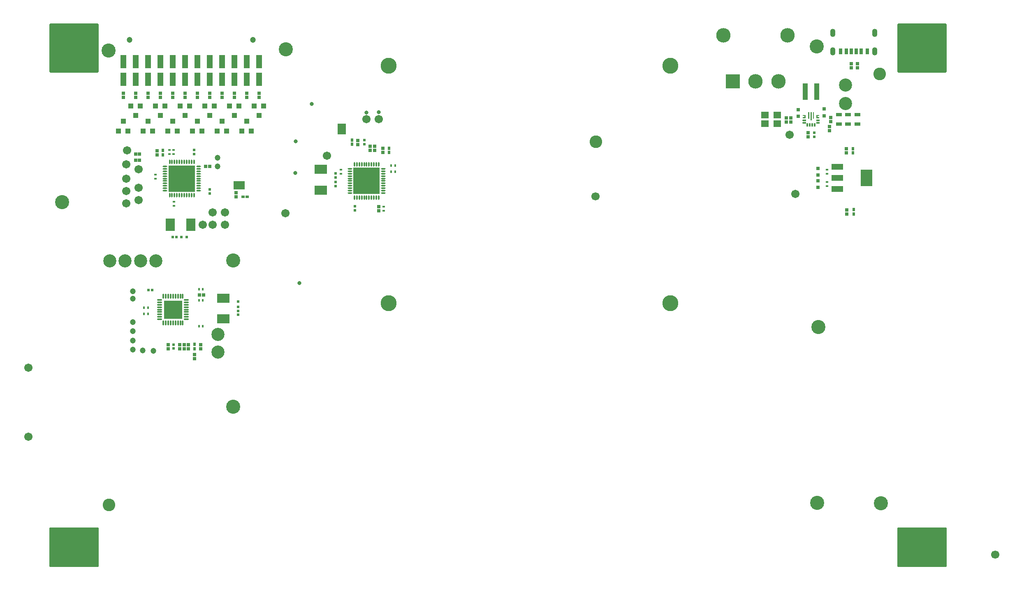
<source format=gts>
G04*
G04 #@! TF.GenerationSoftware,Altium Limited,Altium Designer,23.3.1 (30)*
G04*
G04 Layer_Color=8388736*
%FSLAX25Y25*%
%MOIN*%
G70*
G04*
G04 #@! TF.SameCoordinates,65CDCF12-2861-4885-BE21-4D3676ECD45B*
G04*
G04*
G04 #@! TF.FilePolarity,Negative*
G04*
G01*
G75*
%ADD23R,0.02756X0.04724*%
%ADD24R,0.02992X0.04724*%
%ADD25R,0.03150X0.04724*%
%ADD26R,0.21260X0.21260*%
G04:AMPARAMS|DCode=27|XSize=11.81mil|YSize=39.37mil|CornerRadius=5.91mil|HoleSize=0mil|Usage=FLASHONLY|Rotation=0.000|XOffset=0mil|YOffset=0mil|HoleType=Round|Shape=RoundedRectangle|*
%AMROUNDEDRECTD27*
21,1,0.01181,0.02756,0,0,0.0*
21,1,0.00000,0.03937,0,0,0.0*
1,1,0.01181,0.00000,-0.01378*
1,1,0.01181,0.00000,-0.01378*
1,1,0.01181,0.00000,0.01378*
1,1,0.01181,0.00000,0.01378*
%
%ADD27ROUNDEDRECTD27*%
G04:AMPARAMS|DCode=28|XSize=39.37mil|YSize=11.81mil|CornerRadius=5.91mil|HoleSize=0mil|Usage=FLASHONLY|Rotation=0.000|XOffset=0mil|YOffset=0mil|HoleType=Round|Shape=RoundedRectangle|*
%AMROUNDEDRECTD28*
21,1,0.03937,0.00000,0,0,0.0*
21,1,0.02756,0.01181,0,0,0.0*
1,1,0.01181,0.01378,0.00000*
1,1,0.01181,-0.01378,0.00000*
1,1,0.01181,-0.01378,0.00000*
1,1,0.01181,0.01378,0.00000*
%
%ADD28ROUNDEDRECTD28*%
%ADD30R,0.06127X0.05727*%
%ADD31R,0.05118X0.02756*%
%ADD32R,0.02254X0.02423*%
%ADD33R,0.03858X0.13386*%
%ADD38R,0.02756X0.02756*%
%ADD39R,0.01968X0.02362*%
%ADD40R,0.10236X0.07480*%
%ADD41R,0.02047X0.02047*%
%ADD42R,0.01575X0.01968*%
%ADD43R,0.01968X0.02756*%
%ADD45R,0.02047X0.02047*%
%ADD46R,0.01968X0.01575*%
%ADD49R,0.02362X0.01968*%
G04:AMPARAMS|DCode=50|XSize=39.37mil|YSize=11.81mil|CornerRadius=5.91mil|HoleSize=0mil|Usage=FLASHONLY|Rotation=270.000|XOffset=0mil|YOffset=0mil|HoleType=Round|Shape=RoundedRectangle|*
%AMROUNDEDRECTD50*
21,1,0.03937,0.00000,0,0,270.0*
21,1,0.02756,0.01181,0,0,270.0*
1,1,0.01181,0.00000,-0.01378*
1,1,0.01181,0.00000,0.01378*
1,1,0.01181,0.00000,0.01378*
1,1,0.01181,0.00000,-0.01378*
%
%ADD50ROUNDEDRECTD50*%
G04:AMPARAMS|DCode=51|XSize=11.81mil|YSize=39.37mil|CornerRadius=5.91mil|HoleSize=0mil|Usage=FLASHONLY|Rotation=270.000|XOffset=0mil|YOffset=0mil|HoleType=Round|Shape=RoundedRectangle|*
%AMROUNDEDRECTD51*
21,1,0.01181,0.02756,0,0,270.0*
21,1,0.00000,0.03937,0,0,270.0*
1,1,0.01181,-0.01378,0.00000*
1,1,0.01181,-0.01378,0.00000*
1,1,0.01181,0.01378,0.00000*
1,1,0.01181,0.01378,0.00000*
%
%ADD51ROUNDEDRECTD51*%
%ADD52R,0.21260X0.21260*%
%ADD53R,0.02756X0.01968*%
%ADD54R,0.07480X0.10236*%
%ADD55R,0.03950X0.04343*%
%ADD56R,0.04737X0.10642*%
%ADD57R,0.14967X0.14967*%
%ADD58O,0.03943X0.01502*%
%ADD59O,0.01502X0.03943*%
G04:AMPARAMS|DCode=60|XSize=401.7mil|YSize=401.7mil|CornerRadius=13.84mil|HoleSize=0mil|Usage=FLASHONLY|Rotation=0.000|XOffset=0mil|YOffset=0mil|HoleType=Round|Shape=RoundedRectangle|*
%AMROUNDEDRECTD60*
21,1,0.40170,0.37402,0,0,0.0*
21,1,0.37402,0.40170,0,0,0.0*
1,1,0.02769,0.18701,-0.18701*
1,1,0.02769,-0.18701,-0.18701*
1,1,0.02769,-0.18701,0.18701*
1,1,0.02769,0.18701,0.18701*
%
%ADD60ROUNDEDRECTD60*%
G04:AMPARAMS|DCode=61|XSize=401.7mil|YSize=322.96mil|CornerRadius=11.87mil|HoleSize=0mil|Usage=FLASHONLY|Rotation=0.000|XOffset=0mil|YOffset=0mil|HoleType=Round|Shape=RoundedRectangle|*
%AMROUNDEDRECTD61*
21,1,0.40170,0.29921,0,0,0.0*
21,1,0.37795,0.32296,0,0,0.0*
1,1,0.02375,0.18898,-0.14961*
1,1,0.02375,-0.18898,-0.14961*
1,1,0.02375,-0.18898,0.14961*
1,1,0.02375,0.18898,0.14961*
%
%ADD61ROUNDEDRECTD61*%
%ADD62R,0.04500X0.06706*%
%ADD63R,0.02572X0.02572*%
%ADD64C,0.06706*%
%ADD65R,0.09461X0.04737*%
%ADD66R,0.09461X0.13792*%
%ADD67C,0.10642*%
%ADD68C,0.04737*%
%ADD69R,0.02565X0.02762*%
%ADD70R,0.02762X0.02565*%
%ADD71R,0.02572X0.02572*%
%ADD72R,0.06706X0.04600*%
%ADD73R,0.06706X0.04400*%
%ADD74C,0.06693*%
G04:AMPARAMS|DCode=75|XSize=43.31mil|YSize=66.93mil|CornerRadius=21.65mil|HoleSize=0mil|Usage=FLASHONLY|Rotation=180.000|XOffset=0mil|YOffset=0mil|HoleType=Round|Shape=RoundedRectangle|*
%AMROUNDEDRECTD75*
21,1,0.04331,0.02362,0,0,180.0*
21,1,0.00000,0.06693,0,0,180.0*
1,1,0.04331,0.00000,0.01181*
1,1,0.04331,0.00000,0.01181*
1,1,0.04331,0.00000,-0.01181*
1,1,0.04331,0.00000,-0.01181*
%
%ADD75ROUNDEDRECTD75*%
%ADD76R,0.11725X0.11725*%
%ADD77C,0.11725*%
%ADD78C,0.11417*%
%ADD79C,0.10236*%
%ADD80C,0.12992*%
%ADD81C,0.03200*%
G36*
X656608Y366651D02*
X656663Y366596D01*
X656693Y366523D01*
X656693Y366484D01*
X656693Y365894D01*
X656693Y365855D01*
X656663Y365782D01*
X656608Y365727D01*
X656535Y365697D01*
X656496Y365697D01*
X655315D01*
Y364713D01*
X656496Y364713D01*
Y364713D01*
X656535D01*
X656607Y364683D01*
X656663Y364627D01*
X656693Y364555D01*
Y364516D01*
X656693Y363925D01*
Y363925D01*
X656693Y363886D01*
X656663Y363814D01*
X656608Y363758D01*
X656535Y363728D01*
X656496Y363728D01*
X654528Y363728D01*
X654528D01*
X654488Y363728D01*
X654416Y363758D01*
X654361Y363814D01*
X654331Y363886D01*
X654331Y363925D01*
X654331Y366484D01*
X654331Y366523D01*
X654361Y366596D01*
X654416Y366651D01*
X654488Y366681D01*
X654528Y366681D01*
X656496Y366681D01*
Y366681D01*
X656535Y366681D01*
X656608Y366651D01*
D02*
G37*
G36*
X645472Y366681D02*
X645512D01*
X645584Y366651D01*
X645639Y366596D01*
X645669Y366523D01*
Y366484D01*
X645669Y366484D01*
X645669Y363925D01*
X645669Y363886D01*
X645639Y363814D01*
X645584Y363758D01*
X645512Y363728D01*
X645472Y363728D01*
X643504Y363728D01*
X643465Y363728D01*
X643392Y363758D01*
X643337Y363814D01*
X643307Y363886D01*
X643307Y363925D01*
X643307D01*
Y364516D01*
Y364555D01*
X643337Y364627D01*
X643392Y364683D01*
X643465Y364713D01*
X643504D01*
X643504Y364713D01*
X644685D01*
Y365697D01*
X643504D01*
X643465Y365697D01*
X643392Y365727D01*
X643337Y365782D01*
X643307Y365855D01*
X643307Y365894D01*
X643307D01*
Y366484D01*
Y366523D01*
X643337Y366596D01*
X643392Y366651D01*
X643465Y366681D01*
X643504D01*
X643504Y366681D01*
X645472Y366681D01*
D02*
G37*
G36*
X652375Y368816D02*
X652431Y368761D01*
X652461Y368689D01*
Y368650D01*
Y363728D01*
Y363689D01*
X652431Y363617D01*
X652375Y363562D01*
X652303Y363531D01*
X651634D01*
X651562Y363562D01*
X651506Y363617D01*
X651476Y363689D01*
Y363728D01*
Y368650D01*
Y368689D01*
X651506Y368761D01*
X651562Y368816D01*
X651634Y368847D01*
X652303D01*
X652375Y368816D01*
D02*
G37*
G36*
X648438D02*
X648494Y368761D01*
X648524Y368689D01*
Y368650D01*
Y363728D01*
Y363689D01*
X648494Y363617D01*
X648438Y363562D01*
X648366Y363531D01*
X647697D01*
X647625Y363562D01*
X647569Y363617D01*
X647539Y363689D01*
Y363728D01*
Y368650D01*
Y368689D01*
X647569Y368761D01*
X647625Y368816D01*
X647697Y368847D01*
X648366D01*
X648438Y368816D01*
D02*
G37*
G36*
X650407D02*
X650462Y368761D01*
X650492Y368689D01*
Y368650D01*
Y362350D01*
Y362311D01*
X650462Y362239D01*
X650407Y362183D01*
X650334Y362154D01*
X649666D01*
X649593Y362183D01*
X649538Y362239D01*
X649508Y362311D01*
Y362350D01*
X649508Y368650D01*
Y368689D01*
X649538Y368761D01*
X649593Y368816D01*
X649666Y368847D01*
X649705D01*
X649705Y368847D01*
X650334D01*
X650407Y368816D01*
D02*
G37*
G36*
X656719Y362881D02*
X656830Y362770D01*
X656890Y362626D01*
Y362547D01*
Y361957D01*
Y361878D01*
X656830Y361734D01*
X656719Y361623D01*
X656574Y361563D01*
X654449D01*
X654305Y361623D01*
X654194Y361734D01*
X654134Y361878D01*
Y361957D01*
Y362547D01*
Y362626D01*
X654194Y362770D01*
X654305Y362881D01*
X654449Y362941D01*
X656574D01*
X656719Y362881D01*
D02*
G37*
G36*
X645695D02*
X645806Y362770D01*
X645866Y362626D01*
Y362547D01*
Y361957D01*
Y361878D01*
X645806Y361734D01*
X645695Y361623D01*
X645551Y361563D01*
X643426D01*
X643281Y361623D01*
X643170Y361734D01*
X643110Y361878D01*
Y361957D01*
Y362547D01*
Y362626D01*
X643170Y362770D01*
X643281Y362881D01*
X643426Y362941D01*
X645551D01*
X645695Y362881D01*
D02*
G37*
G36*
X656496Y360972D02*
X656574D01*
X656719Y360912D01*
X656830Y360802D01*
X656890Y360657D01*
Y360579D01*
Y359988D01*
Y359910D01*
X656830Y359765D01*
X656719Y359654D01*
X656574Y359594D01*
X654449D01*
X654305Y359654D01*
X654194Y359765D01*
X654134Y359910D01*
Y359988D01*
Y360579D01*
Y360657D01*
X654194Y360802D01*
X654305Y360912D01*
X654449Y360972D01*
X654528D01*
Y360972D01*
X656496Y360972D01*
D02*
G37*
G36*
X645472D02*
X645551D01*
X645695Y360912D01*
X645806Y360802D01*
X645866Y360657D01*
Y360579D01*
Y359988D01*
Y359910D01*
X645806Y359765D01*
X645695Y359654D01*
X645551Y359594D01*
X643426D01*
X643281Y359654D01*
X643170Y359765D01*
X643110Y359910D01*
Y359988D01*
Y360579D01*
Y360657D01*
X643170Y360802D01*
X643281Y360912D01*
X643426Y360972D01*
X643504D01*
Y360972D01*
X645472Y360972D01*
D02*
G37*
G36*
X653471Y359928D02*
X653582Y359818D01*
X653642Y359673D01*
Y359594D01*
Y357626D01*
Y357548D01*
X653582Y357403D01*
X653471Y357292D01*
X653326Y357232D01*
X652579D01*
X652434Y357292D01*
X652324Y357403D01*
X652264Y357548D01*
Y357626D01*
Y359594D01*
Y359673D01*
X652324Y359818D01*
X652434Y359928D01*
X652579Y359988D01*
X653326D01*
X653471Y359928D01*
D02*
G37*
G36*
X651503D02*
X651613Y359818D01*
X651673Y359673D01*
Y359594D01*
Y357626D01*
Y357548D01*
X651613Y357403D01*
X651503Y357292D01*
X651358Y357232D01*
X650611D01*
X650466Y357292D01*
X650355Y357403D01*
X650295Y357548D01*
Y357626D01*
Y359594D01*
Y359673D01*
X650355Y359818D01*
X650466Y359928D01*
X650611Y359988D01*
X651358D01*
X651503Y359928D01*
D02*
G37*
G36*
X649534D02*
X649645Y359818D01*
X649705Y359673D01*
Y359594D01*
Y357626D01*
Y357548D01*
X649645Y357403D01*
X649534Y357292D01*
X649389Y357232D01*
X648642D01*
X648497Y357292D01*
X648387Y357403D01*
X648327Y357548D01*
Y357626D01*
Y359594D01*
Y359673D01*
X648387Y359818D01*
X648497Y359928D01*
X648642Y359988D01*
X649389D01*
X649534Y359928D01*
D02*
G37*
G36*
X647566D02*
X647676Y359818D01*
X647736Y359673D01*
Y359594D01*
Y357626D01*
Y357548D01*
X647676Y357403D01*
X647566Y357292D01*
X647421Y357232D01*
X646674D01*
X646529Y357292D01*
X646418Y357403D01*
X646358Y357548D01*
Y357626D01*
Y359594D01*
Y359673D01*
X646418Y359818D01*
X646529Y359928D01*
X646674Y359988D01*
X647421D01*
X647566Y359928D01*
D02*
G37*
D23*
X682731Y418189D02*
D03*
X686668D02*
D03*
D24*
X678716D02*
D03*
X690684D02*
D03*
D25*
X673873D02*
D03*
X695527D02*
D03*
D26*
X140000Y315000D02*
D03*
D27*
X130157Y328583D02*
D03*
X132126D02*
D03*
X134095D02*
D03*
X136063D02*
D03*
X138031D02*
D03*
X140000D02*
D03*
X141969D02*
D03*
X143937D02*
D03*
X145905D02*
D03*
X147874D02*
D03*
X149843D02*
D03*
Y301417D02*
D03*
X147874D02*
D03*
X145905D02*
D03*
X143937D02*
D03*
X141969D02*
D03*
X140000D02*
D03*
X138031D02*
D03*
X136063D02*
D03*
X134095D02*
D03*
X132126D02*
D03*
X130157D02*
D03*
D28*
X153583Y324843D02*
D03*
Y322874D02*
D03*
Y320905D02*
D03*
Y318937D02*
D03*
Y316968D02*
D03*
Y315000D02*
D03*
Y313032D02*
D03*
Y311063D02*
D03*
Y309095D02*
D03*
Y307126D02*
D03*
Y305157D02*
D03*
X126417D02*
D03*
Y307126D02*
D03*
Y309095D02*
D03*
Y311063D02*
D03*
Y313032D02*
D03*
Y315000D02*
D03*
Y316968D02*
D03*
Y318937D02*
D03*
Y320905D02*
D03*
Y322874D02*
D03*
Y324843D02*
D03*
D30*
X622500Y359355D02*
D03*
Y366645D02*
D03*
X612500D02*
D03*
Y359355D02*
D03*
D31*
X687500Y359260D02*
D03*
Y366740D02*
D03*
X672500D02*
D03*
Y359260D02*
D03*
X680000Y366740D02*
D03*
Y359260D02*
D03*
D32*
X652500Y348813D02*
D03*
Y352187D02*
D03*
D33*
X654665Y385500D02*
D03*
X645335D02*
D03*
D38*
X655500Y313256D02*
D03*
Y307744D02*
D03*
X660500Y366000D02*
D03*
Y371512D02*
D03*
X639500Y365488D02*
D03*
Y371000D02*
D03*
X655500Y323256D02*
D03*
Y317744D02*
D03*
D39*
X185500Y210886D02*
D03*
Y215216D02*
D03*
D40*
X173500Y217965D02*
D03*
Y201035D02*
D03*
X252500Y322465D02*
D03*
Y305535D02*
D03*
D41*
X133402Y177087D02*
D03*
Y180236D02*
D03*
X150000Y334925D02*
D03*
Y338075D02*
D03*
X280242Y292459D02*
D03*
Y289310D02*
D03*
X162500Y306075D02*
D03*
Y302925D02*
D03*
X264500Y315925D02*
D03*
Y319075D02*
D03*
X288000Y342925D02*
D03*
Y346075D02*
D03*
X264500Y312075D02*
D03*
Y308925D02*
D03*
X185500Y204476D02*
D03*
Y207626D02*
D03*
D42*
X156976Y225161D02*
D03*
X153827D02*
D03*
X309769Y325530D02*
D03*
X312919D02*
D03*
Y320530D02*
D03*
X309769D02*
D03*
X112477Y210161D02*
D03*
X109327D02*
D03*
X156976Y216161D02*
D03*
X153827D02*
D03*
X112477Y205161D02*
D03*
X109327D02*
D03*
X156976Y195161D02*
D03*
X153827D02*
D03*
D43*
X684500Y286228D02*
D03*
Y289772D02*
D03*
X278000Y342728D02*
D03*
Y346272D02*
D03*
X308000Y336122D02*
D03*
Y339665D02*
D03*
X150402Y180433D02*
D03*
Y176890D02*
D03*
X684000Y335728D02*
D03*
Y339272D02*
D03*
X124500Y334228D02*
D03*
Y337772D02*
D03*
D45*
X132500Y267500D02*
D03*
X135650D02*
D03*
X115977Y224661D02*
D03*
X112827D02*
D03*
D46*
X269000Y322075D02*
D03*
Y318925D02*
D03*
X303769Y292105D02*
D03*
Y288955D02*
D03*
X130000Y335000D02*
D03*
Y338150D02*
D03*
X118500Y318075D02*
D03*
Y314925D02*
D03*
X133500Y296075D02*
D03*
Y292925D02*
D03*
X133400Y338150D02*
D03*
Y335000D02*
D03*
X663000Y322075D02*
D03*
Y318925D02*
D03*
Y312075D02*
D03*
Y308925D02*
D03*
D49*
X144000Y267500D02*
D03*
X139669D02*
D03*
D50*
X299612Y326613D02*
D03*
X297643D02*
D03*
X295675D02*
D03*
X293706D02*
D03*
X291738D02*
D03*
X289769D02*
D03*
X287801D02*
D03*
X285832D02*
D03*
X283864D02*
D03*
X281895D02*
D03*
X279927D02*
D03*
Y299447D02*
D03*
X281895D02*
D03*
X283864D02*
D03*
X285832D02*
D03*
X287801D02*
D03*
X289769D02*
D03*
X291738D02*
D03*
X293706D02*
D03*
X295675D02*
D03*
X297643D02*
D03*
X299612D02*
D03*
D51*
X276186Y322873D02*
D03*
Y320904D02*
D03*
Y318936D02*
D03*
Y316967D02*
D03*
Y314999D02*
D03*
Y313030D02*
D03*
Y311062D02*
D03*
Y309093D02*
D03*
Y307124D02*
D03*
Y305156D02*
D03*
Y303187D02*
D03*
X303352D02*
D03*
Y305156D02*
D03*
Y307124D02*
D03*
Y309093D02*
D03*
Y311062D02*
D03*
Y313030D02*
D03*
Y314999D02*
D03*
Y316967D02*
D03*
Y318936D02*
D03*
Y320904D02*
D03*
Y322873D02*
D03*
D52*
X289769Y313030D02*
D03*
D53*
X193043Y300228D02*
D03*
X189500D02*
D03*
D54*
X130535Y277500D02*
D03*
X147465D02*
D03*
D55*
X188760Y353563D02*
D03*
X196240D02*
D03*
X192500Y361437D02*
D03*
X162500Y366063D02*
D03*
X158760Y373937D02*
D03*
X166240D02*
D03*
X182500Y366063D02*
D03*
X178760Y373937D02*
D03*
X186240D02*
D03*
X202500Y366063D02*
D03*
X198760Y373937D02*
D03*
X206240D02*
D03*
X102500Y366063D02*
D03*
X98760Y373937D02*
D03*
X106240D02*
D03*
X142500Y366063D02*
D03*
X138760Y373937D02*
D03*
X146240D02*
D03*
X92500Y361437D02*
D03*
X96240Y353563D02*
D03*
X88760D02*
D03*
X122500Y366063D02*
D03*
X118760Y373937D02*
D03*
X126240D02*
D03*
X112500Y361437D02*
D03*
X116240Y353563D02*
D03*
X108760D02*
D03*
X132500Y361437D02*
D03*
X136240Y353563D02*
D03*
X128760D02*
D03*
X172500Y361437D02*
D03*
X176240Y353563D02*
D03*
X168760D02*
D03*
X152500Y361437D02*
D03*
X156240Y353563D02*
D03*
X148760D02*
D03*
D56*
X202500Y395433D02*
D03*
Y410000D02*
D03*
X192500Y395433D02*
D03*
Y410000D02*
D03*
X182500Y395433D02*
D03*
Y410000D02*
D03*
X172500Y395433D02*
D03*
Y410000D02*
D03*
X162500Y395433D02*
D03*
Y410000D02*
D03*
X152500Y395433D02*
D03*
Y410000D02*
D03*
X142500Y395433D02*
D03*
Y410000D02*
D03*
X132500Y395433D02*
D03*
Y410000D02*
D03*
X122500Y395433D02*
D03*
Y410000D02*
D03*
X112500Y395433D02*
D03*
Y410000D02*
D03*
X102500Y395433D02*
D03*
Y410000D02*
D03*
X92500Y395433D02*
D03*
Y410000D02*
D03*
D57*
X132902Y208661D02*
D03*
D58*
X143728Y216535D02*
D03*
Y214567D02*
D03*
Y212598D02*
D03*
Y210630D02*
D03*
Y208661D02*
D03*
Y206693D02*
D03*
Y204724D02*
D03*
Y202756D02*
D03*
Y200787D02*
D03*
X122075D02*
D03*
Y202756D02*
D03*
Y204724D02*
D03*
Y206693D02*
D03*
Y208661D02*
D03*
Y210630D02*
D03*
Y212598D02*
D03*
Y214567D02*
D03*
Y216535D02*
D03*
D59*
X140776Y197835D02*
D03*
X138807D02*
D03*
X136839D02*
D03*
X134870D02*
D03*
X132902D02*
D03*
X130933D02*
D03*
X128965D02*
D03*
X126996D02*
D03*
X125028D02*
D03*
Y219488D02*
D03*
X126996D02*
D03*
X128965D02*
D03*
X130933D02*
D03*
X132902D02*
D03*
X134870D02*
D03*
X136839D02*
D03*
X138807D02*
D03*
X140776D02*
D03*
D60*
X740000Y421000D02*
D03*
X52500D02*
D03*
D61*
X740000Y16000D02*
D03*
X52500D02*
D03*
D62*
X188665Y309500D02*
D03*
X184335D02*
D03*
D63*
X159425Y325000D02*
D03*
X162575D02*
D03*
X105650Y330000D02*
D03*
X102500D02*
D03*
X105650Y335000D02*
D03*
X102500D02*
D03*
D64*
X632500Y350500D02*
D03*
X95000Y305000D02*
D03*
X105000Y307500D02*
D03*
X289769Y363030D02*
D03*
X299769D02*
D03*
X105000Y297500D02*
D03*
X257500Y333500D02*
D03*
X95000Y295000D02*
D03*
Y315000D02*
D03*
X95500Y338000D02*
D03*
X157000Y277500D02*
D03*
X175000D02*
D03*
X165000D02*
D03*
X95000Y326500D02*
D03*
X105000Y322500D02*
D03*
X175000Y287500D02*
D03*
X165000D02*
D03*
X224000Y287000D02*
D03*
X637178Y302500D02*
D03*
X15748Y105421D02*
D03*
Y161417D02*
D03*
D65*
X671189Y324555D02*
D03*
Y315500D02*
D03*
Y306445D02*
D03*
D66*
X694811Y315500D02*
D03*
D67*
X94091Y248161D02*
D03*
X119091D02*
D03*
X678000Y391000D02*
D03*
Y376000D02*
D03*
X169402Y188661D02*
D03*
X81591Y248161D02*
D03*
X169402Y174161D02*
D03*
X106591Y248161D02*
D03*
D68*
X116902Y175161D02*
D03*
X100402Y183661D02*
D03*
Y191161D02*
D03*
Y217661D02*
D03*
Y198661D02*
D03*
Y223661D02*
D03*
X108402Y175661D02*
D03*
X100402Y176161D02*
D03*
X169000Y325000D02*
D03*
Y332000D02*
D03*
X197500Y427520D02*
D03*
X97500D02*
D03*
D69*
X679000Y289673D02*
D03*
Y286327D02*
D03*
X172500Y384173D02*
D03*
Y380827D02*
D03*
X112500D02*
D03*
Y384173D02*
D03*
X192500D02*
D03*
Y380827D02*
D03*
X152500D02*
D03*
Y384173D02*
D03*
X182500D02*
D03*
Y380827D02*
D03*
X92500D02*
D03*
Y384173D02*
D03*
X122500D02*
D03*
Y380827D02*
D03*
X202500D02*
D03*
Y384173D02*
D03*
X162500D02*
D03*
Y380827D02*
D03*
X142500D02*
D03*
Y384173D02*
D03*
X102500D02*
D03*
Y380827D02*
D03*
X132500D02*
D03*
Y384173D02*
D03*
X687500Y408173D02*
D03*
Y404827D02*
D03*
X682500D02*
D03*
Y408173D02*
D03*
X303000Y336221D02*
D03*
Y339567D02*
D03*
X282500Y346000D02*
D03*
Y342653D02*
D03*
X120000Y334327D02*
D03*
Y337673D02*
D03*
X184000Y300327D02*
D03*
Y303673D02*
D03*
X633500Y364173D02*
D03*
Y360827D02*
D03*
X630000D02*
D03*
Y364173D02*
D03*
X665000Y357173D02*
D03*
Y353827D02*
D03*
X666000Y361327D02*
D03*
Y364673D02*
D03*
X647500Y348965D02*
D03*
Y352311D02*
D03*
X678500Y339173D02*
D03*
Y335827D02*
D03*
X145402Y176988D02*
D03*
Y180335D02*
D03*
X128902D02*
D03*
Y176988D02*
D03*
X155402D02*
D03*
Y180335D02*
D03*
X150402Y172335D02*
D03*
Y168988D02*
D03*
X138402Y176988D02*
D03*
Y180335D02*
D03*
X141902D02*
D03*
Y176988D02*
D03*
D70*
X157575Y220661D02*
D03*
X154228D02*
D03*
D71*
X299769Y288955D02*
D03*
Y292105D02*
D03*
X296383Y337932D02*
D03*
Y341081D02*
D03*
X292769Y337955D02*
D03*
Y341105D02*
D03*
D72*
X269769Y353030D02*
D03*
D73*
Y357361D02*
D03*
D74*
X799433Y9685D02*
D03*
X475232Y300500D02*
D03*
D75*
X667692Y433150D02*
D03*
X701708D02*
D03*
X667692Y418189D02*
D03*
X701708D02*
D03*
D76*
X586496Y393740D02*
D03*
D77*
X605000D02*
D03*
X623504D02*
D03*
X578996Y431260D02*
D03*
X631004D02*
D03*
D78*
X654700Y422100D02*
D03*
X43100Y295900D02*
D03*
X80500Y419000D02*
D03*
X224400Y420000D02*
D03*
X656000Y194550D02*
D03*
X181500Y130000D02*
D03*
X181600Y248400D02*
D03*
X706600Y51600D02*
D03*
X655100Y51700D02*
D03*
D79*
X475531Y344700D02*
D03*
X705700Y399900D02*
D03*
X80800Y50300D02*
D03*
D80*
X535873Y406613D02*
D03*
X307527D02*
D03*
X535873Y213700D02*
D03*
X307527D02*
D03*
D81*
X128571Y204331D02*
D03*
Y208661D02*
D03*
Y212992D02*
D03*
X132902Y204331D02*
D03*
Y208661D02*
D03*
Y212992D02*
D03*
X137232Y204331D02*
D03*
Y208661D02*
D03*
Y212992D02*
D03*
X289676Y368617D02*
D03*
X299769Y368683D02*
D03*
X232407Y345093D02*
D03*
X231907Y319593D02*
D03*
X235407Y230093D02*
D03*
X245407Y375593D02*
D03*
M02*

</source>
